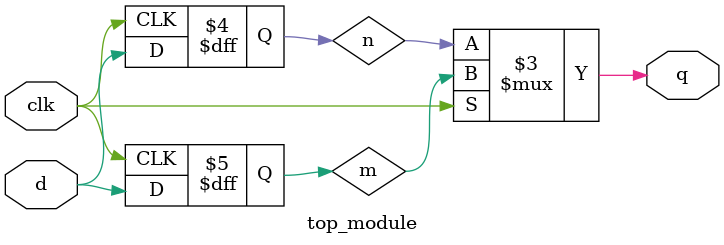
<source format=v>
module top_module (
    input clk,
    input d,
    output q
);
    reg m;
    reg n;
   always @(posedge clk) begin
     m<=d ;
  end
    
    always @(negedge clk) begin 
        n<=d;
    end
    
    assign q = (clk) ? m:n;

endmodule

</source>
